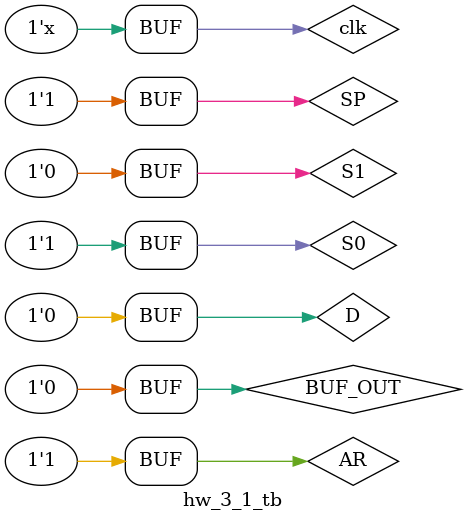
<source format=v>
`timescale 1ns / 1ps

module HW3(clk, S0, S1, SP, AR, D, BUF_OUT, OUT, FB);
input clk, S0, S1, SP, AR, D, BUF_OUT;
output OUT, FB;
reg Q = 0;

always @(posedge AR) Q <= 0;

always @(posedge clk) begin
    if (SP && !AR) Q <= 1;
    else if (!AR) Q <= D;
end

assign OUT = (S1) ? (S0 ? !D : D) : (S0 ? !Q : Q);
assign FB = (S1) ? BUF_OUT : !Q;

endmodule



module hw_3_1_tb;
reg clk = 0;
reg S0 = 0;
reg S1 = 0;
reg SP = 0;
reg AR = 0;
reg D = 0;
reg BUF_OUT = 0;
wire OUT, FB;

always begin
clk = !clk;
#5;
end

HW3 dut(clk, S0, S1, SP, AR, D, BUF_OUT, OUT, FB);

initial begin
#10;
D = 1; S1 = 1;
#5;
S0 = 1;
#15;
S0 = 0; S1 = 0;
#5;
D = 0;
#12;
SP = 1;
#7;
AR = 1;
#6;
S0 = 1;

end
endmodule

</source>
